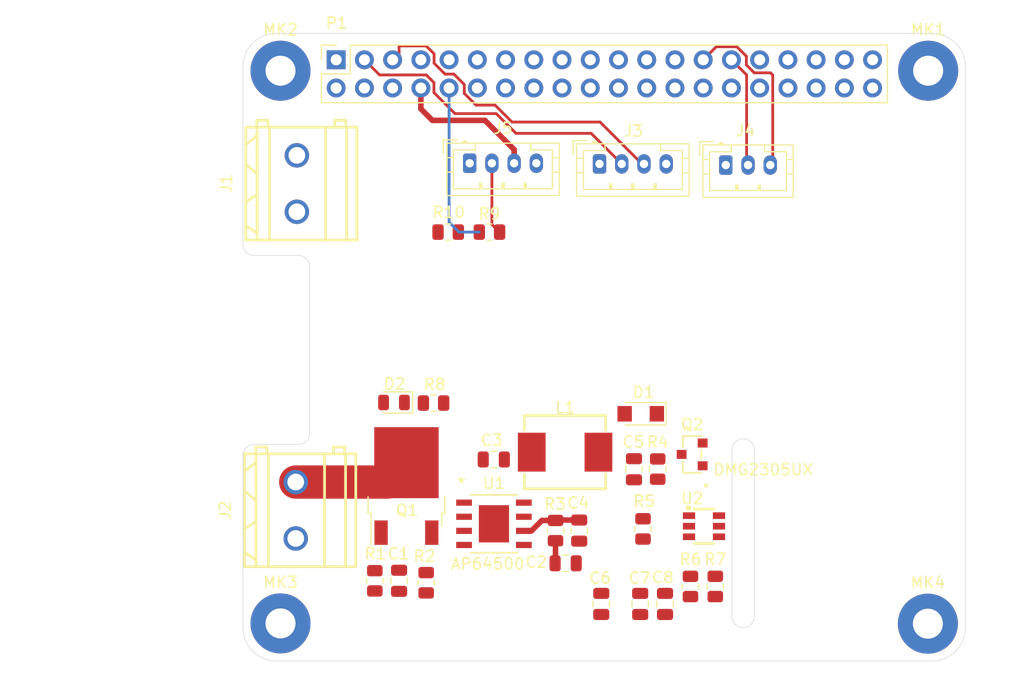
<source format=kicad_pcb>
(kicad_pcb (version 20211014) (generator pcbnew)
  (layers (0 "F.Cu" signal) (31 "B.Cu" signal) (34 "B.Paste" user) (35 "F.Paste" user) (36 "B.SilkS" user "B.Silkscreen") (37 "F.SilkS" user "F.Silkscreen") (38 "B.Mask" user) (39 "F.Mask" user) (44 "Edge.Cuts" user))
  (net 0 "")
  (net 1 "Net-(C1-Pad1)")
  (net 2 "GND")
  (net 3 "Net-(C2-Pad1)")
  (net 4 "Net-(C3-Pad1)")
  (net 5 "Net-(C3-Pad2)")
  (net 6 "Net-(C4-Pad1)")
  (net 7 "+5VD")
  (net 8 "Net-(C5-Pad2)")
  (net 9 "Net-(D2-Pad1)")
  (net 10 "+5V")
  (net 11 "VCC")
  (net 12 "/GPIO2(I2C1_SDA)")
  (net 13 "/GPIO3(I2C1_SCL)")
  (net 14 "+3.3V")
  (net 15 "/GPIO5(UART1_RX)")
  (net 16 "/GPIO0(UART1_TX)")
  (net 17 "Net-(J5-Pad2)")
  (net 18 "/GPIO14(UART0_TX)")
  (net 19 "/GPIO4(GPCLK0)")
  (net 20 "/GPIO15(UART0_RX)")
  (net 21 "/GPIO17")
  (net 22 "/GPIO18(PCM_CLK)")
  (net 23 "/GPIO27")
  (net 24 "/GPIO22")
  (net 25 "/GPIO23")
  (net 26 "/GPIO24")
  (net 27 "/GPIO10(SPI0_MOSI)")
  (net 28 "/GPIO9(SPI0_MISO)")
  (net 29 "/GPIO25(GEN6)")
  (net 30 "/GPIO11(SPI0_SCLK)")
  (net 31 "/GPIO8(SPI0_CE0)")
  (net 32 "/GPIO7(SPI0_CE1)")
  (net 33 "/GPIO1(EEPROM_SCL)")
  (net 34 "/GPIO6")
  (net 35 "/GPIO12(PWM0)")
  (net 36 "/GPIO13(PWM1)")
  (net 37 "/GPIO19(PCM_FS)")
  (net 38 "/GPIO16")
  (net 39 "/GPIO26")
  (net 40 "/GPIO20(PCM_DIN)")
  (net 41 "/GPIO21(PCM_DOUT)")
  (net 42 "Net-(Q1-Pad1)")
  (net 43 "Net-(Q2-Pad1)")
  (net 44 "Net-(R2-Pad1)")
  (net 45 "Net-(R6-Pad2)")
  (footprint "Package_TO_SOT_SMD:TO-252-2" (layer "F.Cu") (at 151.384 96.6216 90)
    (fp_text reference "Q1" (at -2.1844 0.0508 180) (layer "F.SilkS"))
    (fp_text value "SUD50P10-43L")
    (fp_line (start -2.47 -3.45) (end -2.47 -3.18) (layer "F.SilkS") (width 0.12))
    (fp_line (start -2.47 3.45) (end -2.47 3.18) (layer "F.SilkS") (width 0.12))
    (fp_line (start -2.47 -3.18) (end -5.3 -3.18) (layer "F.SilkS") (width 0.12))
    (fp_line (start -0.97 -3.45) (end -2.47 -3.45) (layer "F.SilkS") (width 0.12))
    (fp_line (start -2.47 3.18) (end -3.57 3.18) (layer "F.SilkS") (width 0.12))
    (fp_line (start -0.97 3.45) (end -2.47 3.45) (layer "F.SilkS") (width 0.12))
    (pad "1" smd rect (at -4.2 -2.28 90) (size 2.2 1.2) (layers "F.Cu" "F.Paste" "F.Mask") (net 42 "Net-(Q1-Pad1)"))
    (pad "2" smd rect (at 2.1 0 90) (size 6.4 5.8) (layers "F.Cu" "F.Mask") (net 11 "VCC"))
    (pad "3" smd rect (at -4.2 2.28 90) (size 2.2 1.2) (layers "F.Cu" "F.Paste" "F.Mask") (net 1 "Net-(C1-Pad1)"))
  )
  (footprint "Resistor_SMD:R_0805_2012Metric" (layer "F.Cu") (at 153.159198 105.3319 -90)
    (fp_text reference "R2" (at -2.3857 0.1524) (layer "F.SilkS"))
    (fp_text value "200k")
    (fp_line (start -0.227064 -0.735) (end 0.227064 -0.735) (layer "F.SilkS") (width 0.12))
    (fp_line (start -0.227064 0.735) (end 0.227064 0.735) (layer "F.SilkS") (width 0.12))
    (pad "1" smd roundrect (at -0.9125 0 270) (size 1.025 1.4) (layers "F.Cu" "F.Paste" "F.Mask") (roundrect_rratio 0.243902) (net 44 "Net-(R2-Pad1)"))
    (pad "2" smd roundrect (at 0.9125 0 270) (size 1.025 1.4) (layers "F.Cu" "F.Paste" "F.Mask") (roundrect_rratio 0.243902) (net 2 "GND"))
  )
  (footprint "Capacitor_SMD:C_0805_2012Metric" (layer "F.Cu") (at 171.8564 95.1128 -90)
    (fp_text reference "C5" (at -2.4536 0.0508 180) (layer "F.SilkS"))
    (fp_text value "OPEN")
    (fp_line (start -0.261252 -0.735) (end 0.261252 -0.735) (layer "F.SilkS") (width 0.12))
    (fp_line (start -0.261252 0.735) (end 0.261252 0.735) (layer "F.SilkS") (width 0.12))
    (pad "1" smd roundrect (at -0.95 0 270) (size 1 1.45) (layers "F.Cu" "F.Paste" "F.Mask") (net 7 "+5VD"))
    (pad "2" smd roundrect (at 0.95 0 270) (size 1 1.45) (layers "F.Cu" "F.Paste" "F.Mask") (net 8 "Net-(C5-Pad2)"))
  )
  (footprint "DMMT5401easyeda:SOT-23-6_L2.9-W1.6-P0.95-LS2.8-BR" (layer "F.Cu") (at 178.1556 100.2418 180)
    (fp_text reference "U2" (at 1.0668 2.5026 180) (layer "F.SilkS"))
    (fp_text value "DMMT5401")
    (fp_line (start -0.9 1.55) (end 0.9 1.55) (layer "F.SilkS") (width 0.25))
    (fp_line (start -0.9 -1.55) (end 0.9 -1.55) (layer "F.SilkS") (width 0.25))
    (fp_circle (center 1.4 1.65) (end 1.53 1.65) (layer "F.SilkS") (width 0.25) (fill none))
    (pad "1" smd rect (at 1.35 0.95 180) (size 1.1 0.6) (layers "F.Cu" "F.Paste" "F.Mask") (net 45 "Net-(R6-Pad2)"))
    (pad "2" smd rect (at 1.35 0 180) (size 1.1 0.6) (layers "F.Cu" "F.Paste" "F.Mask") (net 45 "Net-(R6-Pad2)"))
    (pad "3" smd rect (at 1.35 -0.95 180) (size 1.1 0.6) (layers "F.Cu" "F.Paste" "F.Mask") (net 45 "Net-(R6-Pad2)"))
    (pad "4" smd rect (at -1.35 -0.95 180) (size 1.1 0.6) (layers "F.Cu" "F.Paste" "F.Mask") (net 43 "Net-(Q2-Pad1)"))
    (pad "5" smd rect (at -1.35 0 180) (size 1.1 0.6) (layers "F.Cu" "F.Paste" "F.Mask") (net 10 "+5V"))
    (pad "6" smd rect (at -1.35 0.95 180) (size 1.1 0.6) (layers "F.Cu" "F.Paste" "F.Mask") (net 7 "+5VD"))
  )
  (footprint "Resistor_SMD:R_0805_2012Metric" (layer "F.Cu") (at 176.9364 105.664 90)
    (fp_text reference "R6" (at 2.4384 0 180) (layer "F.SilkS"))
    (fp_text value "10k")
    (fp_line (start -0.227064 -0.735) (end 0.227064 -0.735) (layer "F.SilkS") (width 0.12))
    (fp_line (start -0.227064 0.735) (end 0.227064 0.735) (layer "F.SilkS") (width 0.12))
    (pad "1" smd roundrect (at -0.9125 0 90) (size 1.025 1.4) (layers "F.Cu" "F.Paste" "F.Mask") (roundrect_rratio 0.243902) (net 2 "GND"))
    (pad "2" smd roundrect (at 0.9125 0 90) (size 1.025 1.4) (layers "F.Cu" "F.Paste" "F.Mask") (roundrect_rratio 0.243902) (net 45 "Net-(R6-Pad2)"))
  )
  (footprint "ultralibDMG2305UX:DMG2305UX-7" (layer "F.Cu") (at 177.0888 93.7768 90)
    (fp_text reference "Q2" (at 2.6924 0) (layer "F.SilkS"))
    (fp_text value "DMG2305UX" (at -1.3716 6.4008) (layer "F.SilkS"))
    (fp_line (start 1.652 -0.827) (end 0.61314 -0.827) (layer "F.SilkS") (width 0.1524))
    (fp_line (start -0.411859 0.827) (end 0.411859 0.827) (layer "F.SilkS") (width 0.1524))
    (fp_line (start -1.652 -0.827) (end -1.652 0.827) (layer "F.SilkS") (width 0.1524))
    (fp_line (start -0.61314 -0.827) (end -1.652 -0.827) (layer "F.SilkS") (width 0.1524))
    (fp_line (start 1.652 0.827) (end 1.652 -0.827) (layer "F.SilkS") (width 0.1524))
    (fp_circle (center -2.795 1.25) (end -2.668 1.25) (layer "F.SilkS") (width 0.1524) (fill none))
    (pad "1" smd rect (at -1.024999 0.944999 90) (size 0.8128 0.889) (layers "F.Cu" "F.Paste" "F.Mask") (net 43 "Net-(Q2-Pad1)"))
    (pad "2" smd rect (at 1.024999 0.944999 90) (size 0.8128 0.889) (layers "F.Cu" "F.Paste" "F.Mask") (net 10 "+5V"))
    (pad "3" smd rect (at 0 -0.945 90) (size 0.8128 0.889) (layers "F.Cu" "F.Paste" "F.Mask") (net 7 "+5VD"))
  )
  (footprint "Capacitor_SMD:C_0805_2012Metric" (layer "F.Cu") (at 174.6504 107.2388 -90)
    (fp_text reference "C8" (at -2.3876 0.2032 180) (layer "F.SilkS"))
    (fp_text value "22 uF")
    (fp_line (start -0.261252 0.735) (end 0.261252 0.735) (layer "F.SilkS") (width 0.12))
    (fp_line (start -0.261252 -0.735) (end 0.261252 -0.735) (layer "F.SilkS") (width 0.12))
    (pad "1" smd roundrect (at -0.95 0 270) (size 1 1.45) (layers "F.Cu" "F.Paste" "F.Mask") (net 7 "+5VD"))
    (pad "2" smd roundrect (at 0.95 0 270) (size 1 1.45) (layers "F.Cu" "F.Paste" "F.Mask") (net 2 "GND"))
  )
  (footprint "Connector_JST:JST_PH_B3B-PH-K_1x03_P2.00mm_Vertical" (layer "F.Cu") (at 180.118 67.7252)
    (fp_text reference "J4" (at 1.778 -3.0988 180) (layer "F.SilkS"))
    (fp_text value "Conn_01x03_Male")
    (fp_line (start 1 2.3) (end 1 1.8) (layer "F.SilkS") (width 0.12))
    (fp_line (start 0.9 1.8) (end 1.1 1.8) (layer "F.SilkS") (width 0.12))
    (fp_line (start -2.36 -2.11) (end -2.36 -0.86) (layer "F.SilkS") (width 0.12))
    (fp_line (start 2.9 2.3) (end 2.9 1.8) (layer "F.SilkS") (width 0.12))
    (fp_line (start -1.45 -1.2) (end -1.45 2.3) (layer "F.SilkS") (width 0.12))
    (fp_line (start 0.5 -1.2) (end -1.45 -1.2) (layer "F.SilkS") (width 0.12))
    (fp_line (start 0.5 -1.81) (end 0.5 -1.2) (layer "F.SilkS") (width 0.12))
    (fp_line (start 6.06 0.8) (end 5.45 0.8) (layer "F.SilkS") (width 0.12))
    (fp_line (start 3.1 1.8) (end 3.1 2.3) (layer "F.SilkS") (width 0.12))
    (fp_line (start -0.3 -1.91) (end -0.6 -1.91) (layer "F.SilkS") (width 0.12))
    (fp_line (start -0.6 -2.01) (end -0.6 -1.81) (layer "F.SilkS") (width 0.12))
    (fp_line (start 0.9 2.3) (end 0.9 1.8) (layer "F.SilkS") (width 0.12))
    (fp_line (start -2.06 -0.5) (end -1.45 -0.5) (layer "F.SilkS") (width 0.12))
    (fp_line (start 3.5 -1.2) (end 3.5 -1.81) (layer "F.SilkS") (width 0.12))
    (fp_line (start -1.11 -2.11) (end -2.36 -2.11) (layer "F.SilkS") (width 0.12))
    (fp_line (start 1.1 1.8) (end 1.1 2.3) (layer "F.SilkS") (width 0.12))
    (fp_line (start -0.3 -1.81) (end -0.3 -2.01) (layer "F.SilkS") (width 0.12))
    (fp_line (start 6.06 -0.5) (end 5.45 -0.5) (layer "F.SilkS") (width 0.12))
    (fp_line (start -0.3 -2.01) (end -0.6 -2.01) (layer "F.SilkS") (width 0.12))
    (fp_line (start -2.06 0.8) (end -1.45 0.8) (layer "F.SilkS") (width 0.12))
    (fp_line (start 5.45 2.3) (end 5.45 -1.2) (layer "F.SilkS") (width 0.12))
    (fp_line (start 3 2.3) (end 3 1.8) (layer "F.SilkS") (width 0.12))
    (fp_line (start 5.45 -1.2) (end 3.5 -1.2) (layer "F.SilkS") (width 0.12))
    (fp_line (start 2.9 1.8) (end 3.1 1.8) (layer "F.SilkS") (width 0.12))
    (fp_line (start 6.06 2.91) (end 6.06 -1.81) (layer "F.SilkS") (width 0.12))
    (fp_line (start 6.06 -1.81) (end -2.06 -1.81) (layer "F.SilkS") (width 0.12))
    (fp_line (start -1.45 2.3) (end 5.45 2.3) (layer "F.SilkS") (width 0.12))
    (fp_line (start -2.06 2.91) (end 6.06 2.91) (layer "F.SilkS") (width 0.12))
    (fp_line (start -2.06 -1.81) (end -2.06 2.91) (layer "F.SilkS") (width 0.12))
    (pad "1" thru_hole roundrect (at 0 0) (size 1.2 1.75) (drill 0.75) (layers *.Cu *.Mask) (roundrect_rratio 0.208333) (net 2 "GND"))
    (pad "2" thru_hole oval (at 2 0) (size 1.2 1.75) (drill 0.75) (layers *.Cu *.Mask) (net 15 "/GPIO5(UART1_RX)"))
    (pad "3" thru_hole oval (at 4 0) (size 1.2 1.75) (drill 0.75) (layers *.Cu *.Mask) (net 16 "/GPIO0(UART1_TX)"))
  )
  (footprint "Capacitor_SMD:C_0805_2012Metric" (layer "F.Cu") (at 166.9288 100.6348 -90)
    (fp_text reference "C4" (at -2.4892 0.1016 180) (layer "F.SilkS"))
    (fp_text value "39.8pF")
    (fp_line (start -0.261252 -0.735) (end 0.261252 -0.735) (layer "F.SilkS") (width 0.12))
    (fp_line (start -0.261252 0.735) (end 0.261252 0.735) (layer "F.SilkS") (width 0.12))
    (pad "1" smd roundrect (at -0.95 0 270) (size 1 1.45) (layers "F.Cu" "F.Paste" "F.Mask") (net 6 "Net-(C4-Pad1)"))
    (pad "2" smd roundrect (at 0.95 0 270) (size 1 1.45) (layers "F.Cu" "F.Paste" "F.Mask") (net 2 "GND"))
  )
  (footprint "Capacitor_SMD:C_0805_2012Metric" (layer "F.Cu") (at 165.7096 103.5812)
    (fp_text reference "C2" (at -2.6416 -0.1016) (layer "F.SilkS"))
    (fp_text value "2.7nF")
    (fp_line (start -0.261252 -0.735) (end 0.261252 -0.735) (layer "F.SilkS") (width 0.12))
    (fp_line (start -0.261252 0.735) (end 0.261252 0.735) (layer "F.SilkS") (width 0.12))
    (pad "1" smd roundrect (at -0.95 0) (size 1 1.45) (layers "F.Cu" "F.Paste" "F.Mask") (net 3 "Net-(C2-Pad1)"))
    (pad "2" smd roundrect (at 0.95 0) (size 1 1.45) (layers "F.Cu" "F.Paste" "F.Mask") (net 2 "GND"))
  )
  (footprint "JL500-50802G01:CONN-TH_2P-P5.08_JL500-50002G01" (layer "F.Cu") (at 141.4272 98.806 90)
    (fp_text reference "J2" (at 0 -6.35 90) (layer "F.SilkS"))
    (fp_text value "Screw_Terminal_01x02")
    (fp_line (start 0.86 -3.58) (end 1.76 -4.6) (layer "F.SilkS") (width 0.25))
    (fp_line (start -5.08 -3.58) (end 5.08 -3.58) (layer "F.SilkS") (width 0.25))
    (fp_line (start 5.08 4.4) (end 5.7 4.4) (layer "F.SilkS") (width 0.25))
    (fp_line (start 5.7 -3.6) (end 5.08 -3.6) (layer "F.SilkS") (width 0.25))
    (fp_line (start 5.08 -4.6) (end 5.08 5.4) (layer "F.SilkS") (width 0.25))
    (fp_line (start -1.68 -4.6) (end -0.98 -3.58) (layer "F.SilkS") (width 0.25))
    (fp_line (start 5.7 3.4) (end 5.08 3.4) (layer "F.SilkS") (width 0.25))
    (fp_line (start 5.08 -2.6) (end 5.7 -2.6) (layer "F.SilkS") (width 0.25))
    (fp_line (start 5.7 -2.6) (end 5.7 -3.6) (layer "F.SilkS") (width 0.25))
    (fp_line (start -5.08 2.59) (end 4.95 2.59) (layer "F.SilkS") (width 0.25))
    (fp_line (start 5.7 4.4) (end 5.7 3.4) (layer "F.SilkS") (width 0.25))
    (fp_line (start -5.08 -4.6) (end -5.08 5.4) (layer "F.SilkS") (width 0.25))
    (fp_line (start -5.08 5.4) (end 5.08 5.4) (layer "F.SilkS") (width 0.25))
    (fp_line (start -5.08 -4.6) (end 5.08 -4.6) (layer "F.SilkS") (width 0.25))
    (fp_line (start 3.5 -4.6) (end 4.33 -3.58) (layer "F.SilkS") (width 0.25))
    (fp_line (start -5.08 -2.46) (end 4.95 -2.46) (layer "F.SilkS") (width 0.25))
    (fp_line (start -4.46 -3.58) (end -3.8 -4.6) (layer "F.SilkS") (width 0.25))
    (fp_line (start -5.08 4.48) (end 5.08 4.48) (layer "F.SilkS") (width 0.25))
    (pad "1" thru_hole circle (at -2.54 0 90) (size 2.2 2.2) (drill 1.500022) (layers *.Cu *.Mask) (net 2 "GND"))
    (pad "2" thru_hole circle (at 2.54 0 90) (size 2.2 2.2) (drill 1.500022) (layers *.Cu *.Mask) (net 11 "VCC"))
  )
  (footprint "MountingHole:MountingHole_2.7mm_M2.5_Pad" (layer "F.Cu") (at 140.0556 59.2328)
    (fp_text reference "MK2" (at 0 -3.7) (layer "F.SilkS"))
    (fp_text value "M2.5")
    (pad "1" thru_hole circle (at 0 0) (size 5.4 5.4) (drill 2.7) (layers *.Cu *.Mask))
  )
  (footprint "ultralibAP64500:AP64500SP-13" (layer "F.Cu") (at 159.258 100.0252)
    (fp_text reference "U1" (at 0 -3.6576) (layer "F.SilkS"))
    (fp_text value "AP64500" (at -0.5588 3.6068) (layer "F.SilkS"))
    (fp_text user "*" (at -2.9436 -3.606) (layer "F.SilkS"))
    (fp_line (start -2.1082 2.6035) (end 2.1082 2.6035) (layer "F.SilkS") (width 0.1524))
    (fp_line (start 2.1082 -2.6035) (end -2.1082 -2.6035) (layer "F.SilkS") (width 0.1524))
    (pad "1" smd rect (at -2.689598 -1.905) (size 1.416799 0.558) (layers "F.Cu" "F.Paste" "F.Mask") (net 4 "Net-(C3-Pad1)"))
    (pad "2" smd rect (at -2.689598 -0.635) (size 1.416799 0.558) (layers "F.Cu" "F.Paste" "F.Mask") (net 1 "Net-(C1-Pad1)"))
    (pad "3" smd rect (at -2.689598 0.635) (size 1.416799 0.558) (layers "F.Cu" "F.Paste" "F.Mask") (net 1 "Net-(C1-Pad1)"))
    (pad "4" smd rect (at -2.689598 1.905) (size 1.416799 0.558) (layers "F.Cu" "F.Paste" "F.Mask") (net 44 "Net-(R2-Pad1)"))
    (pad "5" smd rect (at 2.689598 1.905) (size 1.416799 0.558) (layers "F.Cu" "F.Paste" "F.Mask") (net 8 "Net-(C5-Pad2)"))
    (pad "6" smd rect (at 2.689598 0.635) (size 1.416799 0.558) (layers "F.Cu" "F.Paste" "F.Mask") (net 6 "Net-(C4-Pad1)"))
    (pad "7" smd rect (at 2.689598 -0.635) (size 1.416799 0.558) (layers "F.Cu" "F.Paste" "F.Mask") (net 2 "GND"))
    (pad "8" smd rect (at 2.689598 -1.905) (size 1.416799 0.558) (layers "F.Cu" "F.Paste" "F.Mask") (net 5 "Net-(C3-Pad2)"))
    (pad "EPAD" smd rect (at 0 0) (size 2.7178 3.3528) (layers "F.Cu" "F.Paste" "F.Mask"))
  )
  (footprint "Resistor_SMD:R_0805_2012Metric" (layer "F.Cu") (at 179.1716 105.664 -90)
    (fp_text reference "R7" (at -2.4384 0 180) (layer "F.SilkS"))
    (fp_text value "47k")
    (fp_line (start -0.227064 0.735) (end 0.227064 0.735) (layer "F.SilkS") (width 0.12))
    (fp_line (start -0.227064 -0.735) (end 0.227064 -0.735) (layer "F.SilkS") (width 0.12))
    (pad "1" smd roundrect (at -0.9125 0 270) (size 1.025 1.4) (layers "F.Cu" "F.Paste" "F.Mask") (roundrect_rratio 0.243902) (net 43 "Net-(Q2-Pad1)"))
    (pad "2" smd roundrect (at 0.9125 0 270) (size 1.025 1.4) (layers "F.Cu" "F.Paste" "F.Mask") (roundrect_rratio 0.243902) (net 2 "GND"))
  )
  (footprint "Capacitor_SMD:C_0805_2012Metric" (layer "F.Cu") (at 159.2428 94.234)
    (fp_text reference "C3" (at -0.188 -1.7272 180) (layer "F.SilkS"))
    (fp_text value "100nF")
    (fp_line (start -0.261252 0.735) (end 0.261252 0.735) (layer "F.SilkS") (width 0.12))
    (fp_line (start -0.261252 -0.735) (end 0.261252 -0.735) (layer "F.SilkS") (width 0.12))
    (pad "1" smd roundrect (at -0.95 0) (size 1 1.45) (layers "F.Cu" "F.Paste" "F.Mask") (net 4 "Net-(C3-Pad1)"))
    (pad "2" smd roundrect (at 0.95 0) (size 1 1.45) (layers "F.Cu" "F.Paste" "F.Mask") (net 5 "Net-(C3-Pad2)"))
  )
  (footprint "Connector_JST:JST_PH_B4B-PH-K_1x04_P2.00mm_Vertical" (layer "F.Cu") (at 157.0736 67.564)
    (fp_text reference "J5" (at 2.9972 -3.1496 180) (layer "F.SilkS"))
    (fp_text value "Conn_01x04_Male")
    (fp_line (start -1.45 2.3) (end 7.45 2.3) (layer "F.SilkS") (width 0.12))
    (fp_line (start 5 2.3) (end 5 1.8) (layer "F.SilkS") (width 0.12))
    (fp_line (start -2.36 -2.11) (end -2.36 -0.86) (layer "F.SilkS") (width 0.12))
    (fp_line (start -0.3 -1.91) (end -0.6 -1.91) (layer "F.SilkS") (width 0.12))
    (fp_line (start -1.45 -1.2) (end -1.45 2.3) (layer "F.SilkS") (width 0.12))
    (fp_line (start -1.11 -2.11) (end -2.36 -2.11) (layer "F.SilkS") (width 0.12))
    (fp_line (start 8.06 2.91) (end 8.06 -1.81) (layer "F.SilkS") (width 0.12))
    (fp_line (start -0.3 -2.01) (end -0.6 -2.01) (layer "F.SilkS") (width 0.12))
    (fp_line (start 3 2.3) (end 3 1.8) (layer "F.SilkS") (width 0.12))
    (fp_line (start 2.9 1.8) (end 3.1 1.8) (layer "F.SilkS") (width 0.12))
    (fp_line (start -2.06 -1.81) (end -2.06 2.91) (layer "F.SilkS") (width 0.12))
    (fp_line (start 8.06 0.8) (end 7.45 0.8) (layer "F.SilkS") (width 0.12))
    (fp_line (start -2.06 -0.5) (end -1.45 -0.5) (layer "F.SilkS") (width 0.12))
    (fp_line (start -2.06 2.91) (end 8.06 2.91) (layer "F.SilkS") (width 0.12))
    (fp_line (start 5.1 1.8) (end 5.1 2.3) (layer "F.SilkS") (width 0.12))
    (fp_line (start 0.5 -1.81) (end 0.5 -1.2) (layer "F.SilkS") (width 0.12))
    (fp_line (start 3.1 1.8) (end 3.1 2.3) (layer "F.SilkS") (width 0.12))
    (fp_line (start 1.1 1.8) (end 1.1 2.3) (layer "F.SilkS") (width 0.12))
    (fp_line (start 8.06 -0.5) (end 7.45 -0.5) (layer "F.SilkS") (width 0.12))
    (fp_line (start 2.9 2.3) (end 2.9 1.8) (layer "F.SilkS") (width 0.12))
    (fp_line (start 0.9 1.8) (end 1.1 1.8) (layer "F.SilkS") (width 0.12))
    (fp_line (start 0.5 -1.2) (end -1.45 -1.2) (layer "F.SilkS") (width 0.12))
    (fp_line (start 4.9 2.3) (end 4.9 1.8) (layer "F.SilkS") (width 0.12))
    (fp_line (start 1 2.3) (end 1 1.8) (layer "F.SilkS") (width 0.12))
    (fp_line (start 7.45 2.3) (end 7.45 -1.2) (layer "F.SilkS") (width 0.12))
    (fp_line (start -0.3 -1.81) (end -0.3 -2.01) (layer "F.SilkS") (width 0.12))
    (fp_line (start 5.5 -1.2) (end 5.5 -1.81) (layer "F.SilkS") (width 0.12))
    (fp_line (start -2.06 0.8) (end -1.45 0.8) (layer "F.SilkS") (width 0.12))
    (fp_line (start 8.06 -1.81) (end -2.06 -1.81) (layer "F.SilkS") (width 0.12))
    (fp_line (start 0.9 2.3) (end 0.9 1.8) (layer "F.SilkS") (width 0.12))
    (fp_line (start 7.45 -1.2) (end 5.5 -1.2) (layer "F.SilkS") (width 0.12))
    (fp_line (start -0.6 -2.01) (end -0.6 -1.81) (layer "F.SilkS") (width 0.12))
    (fp_line (start 4.9 1.8) (end 5.1 1.8) (layer "F.SilkS") (width 0.12))
    (pad "1" thru_hole roundrect (at 0 0) (size 1.2 1.75) (drill 0.75) (layers *.Cu *.Mask) (roundrect_rratio 0.208333) (net 2 "GND"))
    (pad "2" thru_hole oval (at 2 0) (size 1.2 1.75) (drill 0.75) (layers *.Cu *.Mask) (net 17 "Net-(J5-Pad2)"))
    (pad "3" thru_hole oval (at 4 0) (size 1.2 1.75) (drill 0.75) (layers *.Cu *.Mask) (net 18 "/GPIO14(UART0_TX)"))
    (pad "4" thru_hole oval (at 6 0) (size 1.2 1.75) (drill 0.75) (layers *.Cu *.Mask) (net 10 "+5V"))
  )
  (footprint "Connector_JST:JST_PH_B4B-PH-K_1x04_P2.00mm_Vertical" (layer "F.Cu") (at 168.7548 67.6236)
    (fp_text reference "J3" (at 3.0508 -2.9552 180) (layer "F.SilkS"))
    (fp_text value "Conn_01x04_Male")
    (fp_line (start 7.45 2.3) (end 7.45 -1.2) (layer "F.SilkS") (width 0.12))
    (fp_line (start 5.1 1.8) (end 5.1 2.3) (layer "F.SilkS") (width 0.12))
    (fp_line (start 8.06 2.91) (end 8.06 -1.81) (layer "F.SilkS") (width 0.12))
    (fp_line (start -1.11 -2.11) (end -2.36 -2.11) (layer "F.SilkS") (width 0.12))
    (fp_line (start -2.36 -2.11) (end -2.36 -0.86) (layer "F.SilkS") (width 0.12))
    (fp_line (start -1.45 2.3) (end 7.45 2.3) (layer "F.SilkS") (width 0.12))
    (fp_line (start -1.45 -1.2) (end -1.45 2.3) (layer "F.SilkS") (width 0.12))
    (fp_line (start 2.9 1.8) (end 3.1 1.8) (layer "F.SilkS") (width 0.12))
    (fp_line (start 4.9 1.8) (end 5.1 1.8) (layer "F.SilkS") (width 0.12))
    (fp_line (start -0.3 -1.81) (end -0.3 -2.01) (layer "F.SilkS") (width 0.12))
    (fp_line (start -0.3 -2.01) (end -0.6 -2.01) (layer "F.SilkS") (width 0.12))
    (fp_line (start -0.6 -2.01) (end -0.6 -1.81) (layer "F.SilkS") (width 0.12))
    (fp_line (start 5 2.3) (end 5 1.8) (layer "F.SilkS") (width 0.12))
    (fp_line (start -2.06 -0.5) (end -1.45 -0.5) (layer "F.SilkS") (width 0.12))
    (fp_line (start 2.9 2.3) (end 2.9 1.8) (layer "F.SilkS") (width 0.12))
    (fp_line (start 0.9 2.3) (end 0.9 1.8) (layer "F.SilkS") (width 0.12))
    (fp_line (start 1.1 1.8) (end 1.1 2.3) (layer "F.SilkS") (width 0.12))
    (fp_line (start 8.06 -0.5) (end 7.45 -0.5) (layer "F.SilkS") (width 0.12))
    (fp_line (start 8.06 0.8) (end 7.45 0.8) (layer "F.SilkS") (width 0.12))
    (fp_line (start -2.06 0.8) (end -1.45 0.8) (layer "F.SilkS") (width 0.12))
    (fp_line (start 3 2.3) (end 3 1.8) (layer "F.SilkS") (width 0.12))
    (fp_line (start 4.9 2.3) (end 4.9 1.8) (layer "F.SilkS") (width 0.12))
    (fp_line (start 0.9 1.8) (end 1.1 1.8) (layer "F.SilkS") (width 0.12))
    (fp_line (start 5.5 -1.2) (end 5.5 -1.81) (layer "F.SilkS") (width 0.12))
    (fp_line (start 0.5 -1.2) (end -1.45 -1.2) (layer "F.SilkS") (width 0.12))
    (fp_line (start 1 2.3) (end 1 1.8) (layer "F.SilkS") (width 0.12))
    (fp_line (start -0.3 -1.91) (end -0.6 -1.91) (layer "F.SilkS") (width 0.12))
    (fp_line (start 7.45 -1.2) (end 5.5 -1.2) (layer "F.SilkS") (width 0.12))
    (fp_line (start -2.06 -1.81) (end -2.06 2.91) (layer "F.SilkS") (width 0.12))
    (fp_line (start -2.06 2.91) (end 8.06 2.91) (layer "F.SilkS") (width 0.12))
    (fp_line (start 0.5 -1.81) (end 0.5 -1.2) (layer "F.SilkS") (width 0.12))
    (fp_line (start 3.1 1.8) (end 3.1 2.3) (layer "F.SilkS") (width 0.12))
    (fp_line (start 8.06 -1.81) (end -2.06 -1.81) (layer "F.SilkS") (width 0.12))
    (pad "1" thru_hole roundrect (at 0 0) (size 1.2 1.75) (drill 0.75) (layers *.Cu *.Mask) (roundrect_rratio 0.208333) (net 2 "GND"))
    (pad "2" thru_hole oval (at 2 0) (size 1.2 1.75) (drill 0.75) (layers *.Cu *.Mask) (net 12 "/GPIO2(I2C1_SDA)"))
    (pad "3" thru_hole oval (at 4 0) (size 1.2 1.75) (drill 0.75) (layers *.Cu *.Mask) (net 13 "/GPIO3(I2C1_SCL)"))
    (pad "4" thru_hole oval (at 6 0) (size 1.2 1.75) (drill 0.75) (layers *.Cu *.Mask) (net 14 "+3.3V"))
  )
  (footprint "Connector_PinSocket_2.54mm:PinSocket_2x20_P2.54mm_Vertical" (layer "F.Cu") (at 145.064 58.2476 90)
    (fp_text reference "P1" (at 3.3074 0.0462 180) (layer "F.SilkS"))
    (fp_text value "Conn_02x20_Odd_Even")
    (fp_line (start -1.27 1.27) (end 1.33 1.27) (layer "F.SilkS") (width 0.12))
    (fp_line (start 1.33 1.27) (end 1.33 49.59) (layer "F.SilkS") (width 0.12))
    (fp_line (start -3.87 49.59) (end 1.33 49.59) (layer "F.SilkS") (width 0.12))
    (fp_line (start -3.87 -1.33) (end -1.27 -1.33) (layer "F.SilkS") (width 0.12))
    (fp_line (start -1.27 -1.33) (end -1.27 1.27) (layer "F.SilkS") (width 0.12))
    (fp_line (start 0 -1.33) (end 1.33 -1.33) (layer "F.SilkS") (width 0.12))
    (fp_line (start 1.33 -1.33) (end 1.33 0) (layer "F.SilkS") (width 0.12))
    (fp_line (start -3.87 -1.33) (end -3.87 49.59) (layer "F.SilkS") (width 0.12))
    (pad "1" thru_hole rect (at 0 0 90) (size 1.7 1.7) (drill 1) (layers *.Cu *.Mask) (net 14 "+3.3V"))
    (pad "2" thru_hole oval (at -2.54 0 90) (size 1.7 1.7) (drill 1) (layers *.Cu *.Mask) (net 10 "+5V"))
    (pad "3" thru_hole oval (at 0 2.54 90) (size 1.7 1.7) (drill 1) (layers *.Cu *.Mask) (net 12 "/GPIO2(I2C1_SDA)"))
    (pad "4" thru_hole oval (at -2.54 2.54 90) (size 1.7 1.7) (drill 1) (layers *.Cu *.Mask) (net 10 "+5V"))
    (pad "5" thru_hole oval (at 0 5.08 90) (size 1.7 1.7) (drill 1) (layers *.Cu *.Mask) (net 13 "/GPIO3(I2C1_SCL)"))
    (pad "6" thru_hole oval (at -2.54 5.08 90) (size 1.7 1.7) (drill 1) (layers *.Cu *.Mask) (net 2 "GND"))
    (pad "7" thru_hole oval (at 0 7.62 90) (size 1.7 1.7) (drill 1) (layers *.Cu *.Mask) (net 19 "/GPIO4(GPCLK0)"))
    (pad "8" thru_hole oval (at -2.54 7.62 90) (size 1.7 1.7) (drill 1) (layers *.Cu *.Mask) (net 18 "/GPIO14(UART0_TX)"))
    (pad "9" thru_hole oval (at 0 10.16 90) (size 1.7 1.7) (drill 1) (layers *.Cu *.Mask) (net 2 "GND"))
    (pad "10" thru_hole oval (at -2.54 10.16 90) (size 1.7 1.7) (drill 1) (layers *.Cu *.Mask) (net 20 "/GPIO15(UART0_RX)"))
    (pad "11" thru_hole oval (at 0 12.7 90) (size 1.7 1.7) (drill 1) (layers *.Cu *.Mask) (net 21 "/GPIO17"))
    (pad "12" thru_hole oval (at -2.54 12.7 90) (size 1.7 1.7) (drill 1) (layers *.Cu *.Mask) (net 22 "/GPIO18(PCM_CLK)"))
    (pad "13" thru_hole oval (at 0 15.24 90) (size 1.7 1.7) (drill 1) (layers *.Cu *.Mask) (net 23 "/GPIO27"))
    (pad "14" thru_hole oval (at -2.54 15.24 90) (size 1.7 1.7) (drill 1) (layers *.Cu *.Mask) (net 2 "GND"))
    (pad "15" thru_hole oval (at 0 17.78 90) (size 1.7 1.7) (drill 1) (layers *.Cu *.Mask) (net 24 "/GPIO22"))
    (pad "16" thru_hole oval (at -2.54 17.78 90) (size 1.7 1.7) (drill 1) (layers *.Cu *.Mask) (net 25 "/GPIO23"))
    (pad "17" thru_hole oval (at 0 20.32 90) (size 1.7 1.7) (drill 1) (layers *.Cu *.Mask) (net 14 "+3.3V"))
    (pad "18" thru_hole oval (at -2.54 20.32 90) (size 1.7 1.7) (drill 1) (layers *.Cu *.Mask) (net 26 "/GPIO24"))
    (pad "19" thru_hole oval (at 0 22.86 90) (size 1.7 1.7) (drill 1) (layers *.Cu *.Mask) (net 27 "/GPIO10(SPI0_MOSI)"))
    (pad "20" thru_hole oval (at -2.54 22.86 90) (size 1.7 1.7) (drill 1) (layers *.Cu *.Mask) (net 2 "GND"))
    (pad "21" thru_hole oval (at 0 25.4 90) (size 1.7 1.7) (drill 1) (layers *.Cu *.Mask) (net 28 "/GPIO9(SPI0_MISO)"))
    (pad "22" thru_hole oval (at -2.54 25.4 90) (size 1.7 1.7) (drill 1) (layers *.Cu *.Mask) (net 29 "/GPIO25(GEN6)"))
    (pad "23" thru_hole oval (at 0 27.94 90) (size 1.7 1.7) (drill 1) (layers *.Cu *.Mask) (net 30 "/GPIO11(SPI0_SCLK)"))
    (pad "24" thru_hole oval (at -2.54 27.94 90) (size 1.7 1.7) (drill 1) (layers *.Cu *.Mask) (net 31 "/GPIO8(SPI0_CE0)"))
    (pad "25" thru_hole oval (at 0 30.48 90) (size 1.7 1.7) (drill 1) (layers *.Cu *.Mask) (net 2 "GND"))
    (pad "26" thru_hole oval (at -2.54 30.48 90) (size 1.7 1.7) (drill 1) (layers *.Cu *.Mask) (net 32 "/GPIO7(SPI0_CE1)"))
    (pad "27" thru_hole oval (at 0 33.02 90) (size 1.7 1.7) (drill 1) (layers *.Cu *.Mask) (net 16 "/GPIO0(UART1_TX)"))
    (pad "28" thru_hole oval (at -2.54 33.02 90) (size 1.7 1.7) (drill 1) (layers *.Cu *.Mask) (net 33 "/GPIO1(EEPROM_SCL)"))
    (pad "29" thru_hole oval (at 0 35.56 90) (size 1.7 1.7) (drill 1) (layers *.Cu *.Mask) (net 15 "/GPIO5(UART1_RX)"))
    (pad "30" thru_hole oval (at -2.54 35.56 90) (size 1.7 1.7) (drill 1) (layers *.Cu *.Mask) (net 2 "GND"))
    (pad "31" thru_hole oval (at 0 38.1 90) (size 1.7 1.7) (drill 1) (layers *.Cu *.Mask) (net 34 "/GPIO6"))
    (pad "32" thru_hole oval (at -2.54 38.1 90) (size 1.7 1.7) (drill 1) (layers *.Cu *.Mask) (net 35 "/GPIO12(PWM0)"))
    (pad "33" thru_hole oval (at 0 40.64 90) (size 1.7 1.7) (drill 1) (layers *.Cu *.Mask) (net 36 "/GPIO13(PWM1)"))
    (pad "34" thru_hole oval (at -2.54 40.64 90) (size 1.7 1.7) (drill 1) (layers *.Cu *.Mask) (net 2 "GND"))
    (pad "35" thru_hole oval (at 0 43.18 90) (size 1.7 1.7) (drill 1) (layers *.Cu *.Mask) (net 37 "/GPIO19(PCM_FS)"))
    (pad "36" thru_hole oval (at -2.54 43.18 90) (size 1.7 1.7) (drill 1) (layers *.Cu *.Mask) (net 38 "/GPIO16"))
    (pad "37" thru_hole oval (at 0 45.72 90) (size 1.7 1.7) (drill 1) (layers *.Cu *.Mask) (net 39 "/GPIO26"))
    (pad "38" thru_hole oval (at -2.54 45.72 90) (size 1.7 1.7) (drill 1) (layers *.Cu *.Mask) (net 40 "/GPIO20(PCM_DIN)"))
    (pad "39" thru_hole oval (at 0 48.26 90) (size 1.7 1.7) (drill 1) (layers *.Cu *.Mask) (net 2 "GND"))
    (pad "40" thru_hole oval (at -2.54 48.26 90) (size 1.7 1.7) (drill 1) (layers *.Cu *.Mask) (net 41 "/GPIO21(PCM_DOUT)"))
  )
  (footprint "Resistor_SMD:R_0805_2012Metric" (layer "F.Cu") (at 155.1432 73.7616 180)
    (fp_text reference "R10" (at -0.0508 1.778) (layer "F.SilkS"))
    (fp_text value "47k")
    (fp_line (start -0.227064 -0.735) (end 0.227064 -0.735) (layer "F.SilkS") (width 0.12))
    (fp_line (start -0.227064 0.735) (end 0.227064 0.735) (layer "F.SilkS") (width 0.12))
    (pad "1" smd roundrect (at -0.9125 0 180) (size 1.025 1.4) (layers "F.Cu" "F.Paste" "F.Mask") (roundrect_rratio 0.243902) (net 20 "/GPIO15(UART0_RX)"))
    (pad "2" smd roundrect (at 0.9125 0 180) (size 1.025 1.4) (layers "F.Cu" "F.Paste" "F.Mask") (roundrect_rratio 0.243902) (net 2 "GND"))
  )
  (footprint "LED_SMD:LED_0805_2012Metric" (layer "F.Cu") (at 150.2664 89.1032 180)
    (fp_text reference "D2" (at -0.0508 1.6764 180) (layer "F.SilkS"))
    (fp_text value "GREEN")
    (fp_line (start 1 -0.96) (end -1.685 -0.96) (layer "F.SilkS") (width 0.12))
    (fp_line (start -1.685 0.96) (end 1 0.96) (layer "F.SilkS") (width 0.12))
    (fp_line (start -1.685 -0.96) (end -1.685 0.96) (layer "F.SilkS") (width 0.12))
    (pad "1" smd roundrect (at -0.9375 0 180) (size 0.975 1.4) (layers "F.Cu" "F.Paste" "F.Mask") (net 9 "Net-(D2-Pad1)"))
    (pad "2" smd roundrect (at 0.9375 0 180) (size 0.975 1.4) (layers "F.Cu" "F.Paste" "F.Mask") (net 7 "+5VD"))
  )
  (footprint "JL500-50802G01:CONN-TH_2P-P5.08_JL500-50002G01" (layer "F.Cu") (at 141.5288 69.3928 90)
    (fp_text reference "J1" (at 0 -6.35 90) (layer "F.SilkS"))
    (fp_text value "Screw_Terminal_01x02")
    (fp_line (start -5.08 -3.58) (end 5.08 -3.58) (layer "F.SilkS") (width 0.25))
    (fp_line (start -5.08 -2.46) (end 4.95 -2.46) (layer "F.SilkS") (width 0.25))
    (fp_line (start 5.08 -2.6) (end 5.7 -2.6) (layer "F.SilkS") (width 0.25))
    (fp_line (start 5.08 -4.6) (end 5.08 5.4) (layer "F.SilkS") (width 0.25))
    (fp_line (start -5.08 -4.6) (end 5.08 -4.6) (layer "F.SilkS") (width 0.25))
    (fp_line (start 5.7 -3.6) (end 5.08 -3.6) (layer "F.SilkS") (width 0.25))
    (fp_line (start 0.86 -3.58) (end 1.76 -4.6) (layer "F.SilkS") (width 0.25))
    (fp_line (start 5.08 4.4) (end 5.7 4.4) (layer "F.SilkS") (width 0.25))
    (fp_line (start -5.08 2.59) (end 4.95 2.59) (layer "F.SilkS") (width 0.25))
    (fp_line (start 5.7 -2.6) (end 5.7 -3.6) (layer "F.SilkS") (width 0.25))
    (fp_line (start -5.08 -4.6) (end -5.08 5.4) (layer "F.SilkS") (width 0.25))
    (fp_line (start 3.5 -4.6) (end 4.33 -3.58) (layer "F.SilkS") (width 0.25))
    (fp_line (start 5.7 4.4) (end 5.7 3.4) (layer "F.SilkS") (width 0.25))
    (fp_line (start -5.08 4.48) (end 5.08 4.48) (layer "F.SilkS") (width 0.25))
    (fp_line (start -1.68 -4.6) (end -0.98 -3.58) (layer "F.SilkS") (width 0.25))
    (fp_line (start 5.7 3.4) (end 5.08 3.4) (layer "F.SilkS") (width 0.25))
    (fp_line (start -5.08 5.4) (end 5.08 5.4) (layer "F.SilkS") (width 0.25))
    (fp_line (start -4.46 -3.58) (end -3.8 -4.6) (layer "F.SilkS") (width 0.25))
    (pad "1" thru_hole circle (at -2.54 0 90) (size 2.2 2.2) (drill 1.500022) (layers *.Cu *.Mask) (net 2 "GND"))
    (pad "2" thru_hole circle (at 2.54 0 90) (size 2.2 2.2) (drill 1.500022) (layers *.Cu *.Mask) (net 10 "+5V"))
  )
  (footprint "YSPI0724-4R7M:IND-SMD_L7.3-W6.6_YSPI07XX" (layer "F.Cu") (at 165.6588 93.5736)
    (fp_text reference "L1" (at 0 -4) (layer "F.SilkS"))
    (fp_text value "4.7uH")
    (fp_line (start 3.65 1.98) (end 3.65 3.3) (layer "F.SilkS") (width 0.25))
    (fp_line (start -3.65 -1.99) (end -3.65 -3.3) (layer "F.SilkS") (width 0.25))
    (fp_line (start -3.65 3.3) (end -3.65 1.98) (layer "F.SilkS") (width 0.25))
    (fp_line (start -3.65 -3.3) (end 3.65 -3.3) (layer "F.SilkS") (width 0.25))
    (fp_line (start 3.65 3.3) (end -3.65 3.3) (layer "F.SilkS") (width 0.25))
    (fp_line (start 3.65 -3.3) (end 3.65 -1.99) (layer "F.SilkS") (width 0.25))
    (pad "1" smd rect (at -3 0) (size 2.5 3.5) (layers "F.Cu" "F.Paste" "F.Mask") (net 5 "Net-(C3-Pad2)"))
    (pad "2" smd rect (at 3 0) (size 2.5 3.5) (layers "F.Cu" "F.Paste" "F.Mask") (net 7 "+5VD"))
  )
  (footprint "Capacitor_SMD:C_0805_2012Metric" (layer "F.Cu") (at 150.7236 105.156 -90)
    (fp_text reference "C1" (at -2.4384 0.0508) (layer "F.SilkS"))
    (fp_text value "10uF")
    (fp_line (start -0.261252 -0.735) (end 0.261252 -0.735) (layer "F.SilkS") (width 0.12))
    (fp_line (start -0.261252 0.735) (end 0.261252 0.735) (layer "F.SilkS") (width 0.12))
    (pad "1" smd roundrect (at -0.95 0 270) (size 1 1.45) (layers "F.Cu" "F.Paste" "F.Mask") (net 1 "Net-(C1-Pad1)"))
    (pad "2" smd roundrect (at 0.95 0 270) (size 1 1.45) (layers "F.Cu" "F.Paste" "F.Mask") (net 2 "GND"))
  )
  (footprint "Resistor_SMD:R_0805_2012Metric" (layer "F.Cu") (at 158.8516 73.7616)
    (fp_text reference "R9" (at 0 -1.65) (layer "F.SilkS"))
    (fp_text value "10k")
    (fp_line (start -0.227064 0.735) (end 0.227064 0.735) (layer "F.SilkS") (width 0.12))
    (fp_line (start -0.227064 -0.735) (end 0.227064 -0.735) (layer "F.SilkS") (width 0.12))
    (pad "1" smd roundrect (at -0.9125 0) (size 1.025 1.4) (layers "F.Cu" "F.Paste" "F.Mask") (roundrect_rratio 0.243902) (net 20 "/GPIO15(UART0_RX)"))
    (pad "2" smd roundrect (at 0.9125 0) (size 1.025 1.4) (layers "F.Cu" "F.Paste" "F.Mask") (roundrect_rratio 0.243902) (net 17 "Net-(J5-Pad2)"))
  )
  (footprint "Capacitor_SMD:C_0805_2012Metric" (layer "F.Cu") (at 168.91 107.2388 -90)
    (fp_text reference "C6" (at -2.3368 0.1016 180) (layer "F.SilkS"))
    (fp_text value "22 uF")
    (fp_line (start -0.261252 -0.735) (end 0.261252 -0.735) (layer "F.SilkS") (width 0.12))
    (fp_line (start -0.261252 0.735) (end 0.261252 0.735) (layer "F.SilkS") (width 0.12))
    (pad "1" smd roundrect (at -0.95 0 270) (size 1 1.45) (layers "F.Cu" "F.Paste" "F.Mask") (net 7 "+5VD"))
    (pad "2" smd roundrect (at 0.95 0 270) (size 1 1.45) (layers "F.Cu" "F.Paste" "F.Mask") (net 2 "GND"))
  )
  (footprint "MountingHole:MountingHole_2.7mm_M2.5_Pad" (layer "F.Cu") (at 198.3232 59.2328)
    (fp_text reference "MK1" (at 0 -3.7) (layer "F.SilkS"))
    (fp_text value "M2.5")
    (pad "1" thru_hole circle (at 0 0) (size 5.4 5.4) (drill 2.7) (layers *.Cu *.Mask))
  )
  (footprint "Capacitor_SMD:C_0805_2012Metric" (layer "F.Cu") (at 172.4152 107.2388 -90)
    (fp_text reference "C7" (at -2.3368 0.0508 180) (layer "F.SilkS"))
    (fp_text value "22 uF")
    (fp_line (start -0.261252 0.735) (end 0.261252 0.735) (layer "F.SilkS") (width 0.12))
    (fp_line (start -0.261252 -0.735) (end 0.261252 -0.735) (layer "F.SilkS") (width 0.12))
    (pad "1" smd roundrect (at -0.95 0 270) (size 1 1.45) (layers "F.Cu" "F.Paste" "F.Mask") (net 7 "+5VD"))
    (pad "2" smd roundrect (at 0.95 0 270) (size 1 1.45) (layers "F.Cu" "F.Paste" "F.Mask") (net 2 "GND"))
  )
  (footprint "Resistor_SMD:R_0805_2012Metric" (layer "F.Cu") (at 148.5392 105.156 -90)
    (fp_text reference "R1" (at -2.4384 -0.0508) (layer "F.SilkS"))
    (fp_text value "47k")
    (fp_line (start -0.227064 -0.735) (end 0.227064 -0.735) (layer "F.SilkS") (width 0.12))
    (fp_line (start -0.227064 0.735) (end 0.227064 0.735) (layer "F.SilkS") (width 0.12))
    (pad "1" smd roundrect (at -0.9125 0 270) (size 1.025 1.4) (layers "F.Cu" "F.Paste" "F.Mask") (roundrect_rratio 0.243902) (net 42 "Net-(Q1-Pad1)"))
    (pad "2" smd roundrect (at 0.9125 0 270) (size 1.025 1.4) (layers "F.Cu" "F.Paste" "F.Mask") (roundrect_rratio 0.243902) (net 2 "GND"))
  )
  (footprint "MountingHole:MountingHole_2.7mm_M2.5_Pad" (layer "F.Cu") (at 198.2978 109.0168)
    (fp_text reference "MK4" (at 0 -3.7) (layer "F.SilkS"))
    (fp_text value "M2.5")
    (pad "1" thru_hole circle (at 0 0) (size 5.4 5.4) (drill 2.7) (layers *.Cu *.Mask))
  )
  (footprint "Resistor_SMD:R_0805_2012Metric" (layer "F.Cu") (at 153.8224 89.154)
    (fp_text reference "R8" (at 0.1016 -1.6764) (layer "F.SilkS"))
    (fp_text value "150ohm")
    (fp_line (start -0.227064 -0.735) (end 0.227064 -0.735) (layer "F.SilkS") (width 0.12))
    (fp_line (start -0.227064 0.735) (end 0.227064 0.735) (layer "F.SilkS") (width 0.12))
    (pad "1" smd roundrect (at -0.9125 0) (size 1.025 1.4) (layers "F.Cu" "F.Paste" "F.Mask") (roundrect_rratio 0.243902) (net 9 "Net-(D2-Pad1)"))
    (pad "2" smd roundrect (at 0.9125 0) (size 1.025 1.4) (layers "F.Cu" "F.Paste" "F.Mask") (roundrect_rratio 0.243902) (net 2 "GND"))
  )
  (footprint "Diode_SMD:D_SMF" (layer "F.Cu") (at 172.466 90.1192 180)
    (fp_text reference "D1" (at -0.254 1.9304 180) (layer "F.SilkS"))
    (fp_text value "SMF5V0A")
    (fp_line (start -2.28 -1.01) (end -2.28 1.01) (layer "F.SilkS") (width 0.12))
    (fp_line (start -2.28 1.01) (end 1.4 1.01) (layer "F.SilkS") (width 0.12))
    (fp_line (start -2.28 -1.01) (end 1.4 -1.01) (layer "F.SilkS") (width 0.12))
    (pad "1" smd rect (at -1.45 0 180) (size 1.3 1.4) (layers "F.Cu" "F.Paste" "F.Mask") (net 2 "GND"))
    (pad "2" smd rect (at 1.45 0 180) (size 1.3 1.4) (layers "F.Cu" "F.Paste" "F.Mask") (net 7 "+5VD"))
  )
  (footprint "Resistor_SMD:R_0805_2012Metric" (layer "F.Cu") (at 164.7952 100.6348 -90)
    (fp_text reference "R3" (at -2.3876 0.0508 180) (layer "F.SilkS"))
    (fp_text value "16k")
    (fp_line (start -0.227064 -0.735) (end 0.227064 -0.735) (layer "F.SilkS") (width 0.12))
    (fp_line (start -0.227064 0.735) (end 0.227064 0.735) (layer "F.SilkS") (width 0.12))
    (pad "1" smd roundrect (at -0.9125 0 270) (size 1.025 1.4) (layers "F.Cu" "F.Paste" "F.Mask") (roundrect_rratio 0.243902) (net 6 "Net-(C4-Pad1)"))
    (pad "2" smd roundrect (at 0.9125 0 270) (size 1.025 1.4) (layers "F.Cu" "F.Paste" "F.Mask") (roundrect_rratio 0.243902) (net 3 "Net-(C2-Pad1)"))
  )
  (footprint "Resistor_SMD:R_0805_2012Metric" (layer "F.Cu") (at 172.6692 100.4824 -90)
    (fp_text reference "R5" (at -2.4892 -0.1016 180) (layer "F.SilkS"))
    (fp_text value "22.1k")
    (fp_line (start -0.227064 0.735) (end 0.227064 0.735) (layer "F.SilkS") (width 0.12))
    (fp_line (start -0.227064 -0.735) (end 0.227064 -0.735) (layer "F.SilkS") (width 0.12))
    (pad "1" smd roundrect (at -0.9125 0 270) (size 1.025 1.4) (layers "F.Cu" "F.Paste" "F.Mask") (roundrect_rratio 0.243902) (net 8 "Net-(C5-Pad2)"))
    (pad "2" smd roundrect (at 0.9125 0 270) (size 1.025 1.4) (layers "F.Cu" "F.Paste" "F.Mask") (roundrect_rratio 0.243902) (net 2 "GND"))
  )
  (footprint "MountingHole:MountingHole_2.7mm_M2.5_Pad" (layer "F.Cu") (at 140.0556 108.9914)
    (fp_text reference "MK3" (at 0 -3.7) (layer "F.SilkS"))
    (fp_text value "M2.5")
    (pad "1" thru_hole circle (at 0 0) (size 5.4 5.4) (drill 2.7) (layers *.Cu *.Mask))
  )
  (footprint "Resistor_SMD:R_0805_2012Metric" (layer "F.Cu") (at 173.99 95.0976 -90)
    (fp_text reference "R4" (at -2.4384 0 180) (layer "F.SilkS"))
    (fp_text value "119k")
    (fp_line (start -0.227064 0.735) (end 0.227064 0.735) (layer "F.SilkS") (width 0.12))
    (fp_line (start -0.227064 -0.735) (end 0.227064 -0.735) (layer "F.SilkS") (width 0.12))
    (pad "1" smd roundrect (at -0.9125 0 270) (size 1.025 1.4) (layers "F.Cu" "F.Paste" "F.Mask") (roundrect_rratio 0.243902) (net 7 "+5VD"))
    (pad "2" smd roundrect (at 0.9125 0 270) (size 1.025 1.4) (layers "F.Cu" "F.Paste" "F.Mask") (roundrect_rratio 0.243902) (net 8 "Net-(C5-Pad2)"))
  )
  (gr_line (start 140.6788 112.3724) (end 198.6788 112.3724) (layer "Edge.Cuts") (width 0.05))
  (gr_arc (start 201.6788 109.3724) (mid 200.80012 111.49372) (end 198.6788 112.3724) (layer "Edge.Cuts") (width 0.05))
  (gr_line (start 142.6788 91.8724) (end 142.6788 76.8724) (layer "Edge.Cuts") (width 0.05))
  (gr_line (start 136.6788 109.3724) (end 136.6788 93.8724) (layer "Edge.Cuts") (width 0.05))
  (gr_arc (start 142.6788 91.8724) (mid 142.385907 92.579507) (end 141.6788 92.8724) (layer "Edge.Cuts") (width 0.05))
  (gr_arc (start 137.6788 75.8724) (mid 136.971693 75.579507) (end 136.6788 74.8724) (layer "Edge.Cuts") (width 0.05))
  (gr_line (start 137.6788 75.8724) (end 141.6788 75.8724) (layer "Edge.Cuts") (width 0.05))
  (gr_line (start 136.6788 74.8724) (end 136.6788 58.8724) (layer "Edge.Cuts") (width 0.05))
  (gr_line (start 182.6788 108.3724) (end 182.6788 93.3724) (layer "Edge.Cuts") (width 0.05))
  (gr_line (start 201.6788 109.3724) (end 201.6788 58.8724) (layer "Edge.Cuts") (width 0.05))
  (gr_arc (start 141.6788 75.8724) (mid 142.385907 76.165293) (end 142.6788 76.8724) (layer "Edge.Cuts") (width 0.05))
  (gr_line (start 137.6788 92.8724) (end 141.6788 92.8724) (layer "Edge.Cuts") (width 0.05))
  (gr_arc (start 139.6788 112.3724) (mid 137.55748 111.49372) (end 136.6788 109.3724) (layer "Edge.Cuts") (width 0.05))
  (gr_line (start 180.6788 108.3724) (end 180.6788 93.3724) (layer "Edge.Cuts") (width 0.05))
  (gr_line (start 140.6788 55.8724) (end 198.6788 55.8724) (layer "Edge.Cuts") (width 0.05))
  (gr_arc (start 136.6788 58.8724) (mid 137.55748 56.75108) (end 139.6788 55.8724) (layer "Edge.Cuts") (width 0.05))
  (gr_arc (start 182.6788 108.3724) (mid 181.6788 109.3724) (end 180.6788 108.3724) (layer "Edge.Cuts") (width 0.05))
  (gr_arc (start 198.6788 55.8724) (mid 200.80012 56.75108) (end 201.6788 58.8724) (layer "Edge.Cuts") (width 0.05))
  (gr_line (start 139.6788 112.3724) (end 140.6788 112.3724) (layer "Edge.Cuts") (width 0.05))
  (gr_line (start 139.6788 55.8724) (end 140.6788 55.8724) (layer "Edge.Cuts") (width 0.05))
  (gr_arc (start 136.6788 93.8724) (mid 136.971693 93.165293) (end 137.6788 92.8724) (layer "Edge.Cuts") (width 0.05))
  (gr_arc (start 180.6788 93.3724) (mid 181.6788 92.3724) (end 182.6788 93.3724) (layer "Edge.Cuts") (width 0.05))
  (segment (start 153.664 100.8216) (end 153.664 101.2656) (width 0.5) (layer "F.Cu") (net 1))
  (segment (start 164.7952 103.5456) (end 164.7596 103.5812) (width 0.5) (layer "F.Cu") (net 3))
  (segment (start 164.7952 101.5473) (end 164.7952 103.5456) (width 0.5) (layer "F.Cu") (net 3))
  (segment (start 163.5741 99.7223) (end 164.7952 99.7223) (width 0.5) (layer "F.Cu") (net 6))
  (segment (start 162.6362 100.6602) (end 163.5741 99.7223) (width 0.5) (layer "F.Cu") (net 6))
  (segment (start 166.9288 99.6848) (end 164.8327 99.6848) (width 0.5) (layer "F.Cu") (net 6))
  (segment (start 161.947598 100.6602) (end 162.6362 100.6602) (width 0.5) (layer "F.Cu") (net 6))
  (segment (start 166.8913 99.7223) (end 166.9288 99.6848) (width 0.5) (layer "F.Cu") (net 6))
  (segment (start 164.8327 99.6848) (end 164.7952 99.7223) (width 0.5) (layer "F.Cu") (net 6))
  (segment (start 173.9373 96.0628) (end 173.99 96.0101) (width 0.5) (layer "F.Cu") (net 8))
  (segment (start 141.4272 96.266) (end 149.6396 96.266) (width 3) (layer "F.Cu") (net 11))
  (segment (start 149.6396 96.266) (end 151.384 94.5216) (width 3) (layer "F.Cu") (net 11))
  (segment (start 153.170701 59.6126) (end 153.859 60.300899) (width 0.25) (layer "F.Cu") (net 12))
  (segment (start 148.969 59.6126) (end 153.170701 59.6126) (width 0.25) (layer "F.Cu") (net 12))
  (segment (start 153.859 60.300899) (end 153.859 61.1998) (width 0.25) (layer "F.Cu") (net 12))
  (segment (start 153.859 61.1998) (end 155.7528 63.0936) (width 0.25) (layer "F.Cu") (net 12))
  (segment (start 155.7528 63.0936) (end 159.4612 63.0936) (width 0.25) (layer "F.Cu") (net 12))
  (segment (start 159.4612 63.0936) (end 161.2392 64.8716) (width 0.25) (layer "F.Cu") (net 12))
  (segment (start 147.604 58.2476) (end 148.969 59.6126) (width 0.25) (layer "F.Cu") (net 12))
  (segment (start 161.2392 64.8716) (end 168.0028 64.8716) (width 0.25) (layer "F.Cu") (net 12))
  (segment (start 168.0028 64.8716) (end 170.7548 67.6236) (width 0.25) (layer "F.Cu") (net 12))
  (segment (start 156.589 61.274301) (end 156.589 60.4754) (width 0.25) (layer "F.Cu") (net 13))
  (segment (start 172.5764 67.6236) (end 168.8084 63.8556) (width 0.25) (layer "F.Cu") (net 13))
  (segment (start 154.852299 59.5376) (end 153.8732 58.558501) (width 0.25) (layer "F.Cu") (net 13))
  (segment (start 156.589 60.4754) (end 155.6512 59.5376) (width 0.25) (layer "F.Cu") (net 13))
  (segment (start 157.646299 62.3316) (end 156.589 61.274301) (width 0.25) (layer "F.Cu") (net 13))
  (segment (start 160.8836 63.8556) (end 159.3596 62.3316) (width 0.25) (layer "F.Cu") (net 13))
  (segment (start 155.6512 59.5376) (end 154.852299 59.5376) (width 0.25) (layer "F.Cu") (net 13))
  (segment (start 153.8732 58.558501) (end 153.8732 57.7088) (width 0.25) (layer "F.Cu") (net 13))
  (segment (start 150.7236 57.668) (end 150.144 58.2476) (width 0.25) (layer "F.Cu") (net 13))
  (segment (start 159.3596 62.3316) (end 157.646299 62.3316) (width 0.25) (layer "F.Cu") (net 13))
  (segment (start 153.162 56.9976) (end 150.7236 56.9976) (width 0.25) (layer "F.Cu") (net 13))
  (segment (start 153.8732 57.7088) (end 153.162 56.9976) (width 0.25) (layer "F.Cu") (net 13))
  (segment (start 168.8084 63.8556) (end 160.8836 63.8556) (width 0.25) (layer "F.Cu") (net 13))
  (segment (start 172.7548 67.6236) (end 172.5764 67.6236) (width 0.25) (layer "F.Cu") (net 13))
  (segment (start 150.7236 56.9976) (end 150.7236 57.668) (width 0.25) (layer "F.Cu") (net 13))
  (segment (start 181.989 67.5962) (end 181.989 59.6126) (width 0.25) (layer "F.Cu") (net 15))
  (segment (start 182.118 67.7252) (end 181.989 67.5962) (width 0.25) (layer "F.Cu") (net 15))
  (segment (start 181.989 59.6126) (end 180.624 58.2476) (width 0.25) (layer "F.Cu") (net 15))
  (segment (start 184.118 67.7252) (end 184.339 67.5042) (width 0.25) (layer "F.Cu") (net 16))
  (segment (start 184.339 67.5042) (end 184.339 59.620301) (width 0.25) (layer "F.Cu") (net 16))
  (segment (start 181.9656 58.710901) (end 181.9656 57.927499) (width 0.25) (layer "F.Cu") (net 16))
  (segment (start 181.9656 57.927499) (end 181.110701 57.0726) (width 0.25) (layer "F.Cu") (net 16))
  (segment (start 181.110701 57.0726) (end 179.259 57.0726) (width 0.25) (layer "F.Cu") (net 16))
  (segment (start 184.141299 59.4226) (end 182.677299 59.4226) (width 0.25) (layer "F.Cu") (net 16))
  (segment (start 182.677299 59.4226) (end 181.9656 58.710901) (width 0.25) (layer "F.Cu") (net 16))
  (segment (start 179.259 57.0726) (end 178.084 58.2476) (width 0.25) (layer "F.Cu") (net 16))
  (segment (start 184.339 59.620301) (end 184.141299 59.4226) (width 0.25) (layer "F.Cu") (net 16))
  (segment (start 159.0736 73.0711) (end 159.0736 67.564) (width 0.25) (layer "F.Cu") (net 17))
  (segment (start 159.7641 73.7616) (end 159.0736 73.0711) (width 0.25) (layer "F.Cu") (net 17))
  (segment (start 161.0736 66.3316) (end 158.4452 63.7032) (width 0.5) (layer "F.Cu") (net 18))
  (segment (start 158.4452 63.7032) (end 153.7208 63.7032) (width 0.5) (layer "F.Cu") (net 18))
  (segment (start 152.684 62.6664) (end 152.684 60.7876) (width 0.5) (layer "F.Cu") (net 18))
  (segment (start 153.7208 63.7032) (end 152.684 62.6664) (width 0.5) (layer "F.Cu") (net 18))
  (segment (start 161.0736 67.564) (end 161.0736 66.3316) (width 0.5) (layer "F.Cu") (net 18))
  (segment (start 155.224 72.8772) (end 156.1084 73.7616) (width 0.25) (layer "B.Cu") (net 20))
  (segment (start 155.224 60.7876) (end 155.224 72.8772) (width 0.25) (layer "B.Cu") (net 20))
  (segment (start 156.1084 73.7616) (end 157.9372 73.7616) (width 0.25) (layer "B.Cu") (net 20))
)
</source>
